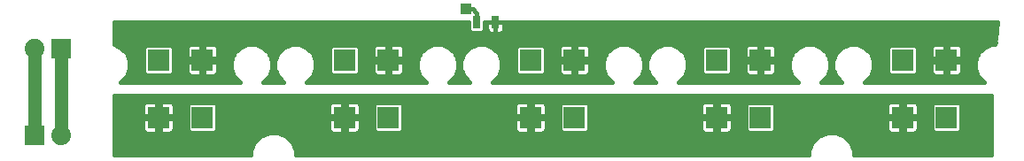
<source format=gbl>
G75*
%MOIN*%
%OFA0B0*%
%FSLAX25Y25*%
%IPPOS*%
%LPD*%
%AMOC8*
5,1,8,0,0,1.08239X$1,22.5*
%
%ADD10R,0.03150X0.04724*%
%ADD11R,0.07400X0.07400*%
%ADD12C,0.07400*%
%ADD13R,0.08268X0.08268*%
%ADD14C,0.01600*%
%ADD15R,0.03962X0.03962*%
%ADD16C,0.05000*%
D10*
X0182713Y0088933D03*
X0189799Y0088933D03*
D11*
X0026256Y0078933D03*
X0016256Y0046433D03*
D12*
X0026256Y0046433D03*
X0016256Y0078933D03*
D13*
X0062988Y0074760D03*
X0079524Y0074760D03*
X0132988Y0074760D03*
X0149524Y0074760D03*
X0202988Y0074760D03*
X0219524Y0074760D03*
X0272988Y0074760D03*
X0289524Y0074760D03*
X0342988Y0074760D03*
X0359524Y0074760D03*
X0359524Y0053106D03*
X0342988Y0053106D03*
X0289524Y0053106D03*
X0272988Y0053106D03*
X0219524Y0053106D03*
X0202988Y0053106D03*
X0149524Y0053106D03*
X0132988Y0053106D03*
X0079524Y0053106D03*
X0062988Y0053106D03*
D14*
X0046256Y0061433D02*
X0046256Y0038933D01*
X0097756Y0038933D01*
X0097756Y0040624D01*
X0099050Y0043748D01*
X0099050Y0043748D01*
X0101441Y0046139D01*
X0101441Y0046139D01*
X0104565Y0047433D01*
X0107947Y0047433D01*
X0111071Y0046139D01*
X0111071Y0046139D01*
X0113462Y0043748D01*
X0113462Y0043748D01*
X0114756Y0040624D01*
X0114756Y0038933D01*
X0307756Y0038933D01*
X0307756Y0040624D01*
X0309050Y0043748D01*
X0309050Y0043748D01*
X0311441Y0046139D01*
X0314565Y0047433D01*
X0317947Y0047433D01*
X0321071Y0046139D01*
X0321071Y0046139D01*
X0323462Y0043748D01*
X0323462Y0043748D01*
X0324756Y0040624D01*
X0324756Y0038933D01*
X0376256Y0038933D01*
X0376256Y0061433D01*
X0046256Y0061433D01*
X0046256Y0060699D02*
X0376256Y0060699D01*
X0376256Y0059100D02*
X0046256Y0059100D01*
X0046256Y0057502D02*
X0057061Y0057502D01*
X0057054Y0057477D02*
X0057177Y0057935D01*
X0057414Y0058345D01*
X0057749Y0058681D01*
X0058160Y0058917D01*
X0058617Y0059040D01*
X0062410Y0059040D01*
X0062410Y0053684D01*
X0062410Y0052528D01*
X0063566Y0052528D01*
X0063566Y0047172D01*
X0067359Y0047172D01*
X0067817Y0047295D01*
X0068227Y0047532D01*
X0068562Y0047867D01*
X0068799Y0048278D01*
X0068922Y0048735D01*
X0068922Y0052528D01*
X0063566Y0052528D01*
X0063566Y0053684D01*
X0068922Y0053684D01*
X0068922Y0057477D01*
X0068799Y0057935D01*
X0068562Y0058345D01*
X0068227Y0058681D01*
X0067817Y0058917D01*
X0067359Y0059040D01*
X0063566Y0059040D01*
X0063566Y0053684D01*
X0062410Y0053684D01*
X0057054Y0053684D01*
X0057054Y0057477D01*
X0057054Y0055903D02*
X0046256Y0055903D01*
X0046256Y0054305D02*
X0057054Y0054305D01*
X0057054Y0052528D02*
X0057054Y0048735D01*
X0057177Y0048278D01*
X0057414Y0047867D01*
X0057749Y0047532D01*
X0058160Y0047295D01*
X0058617Y0047172D01*
X0062410Y0047172D01*
X0062410Y0052528D01*
X0057054Y0052528D01*
X0062410Y0052706D02*
X0046256Y0052706D01*
X0046256Y0051108D02*
X0057054Y0051108D01*
X0057054Y0049509D02*
X0046256Y0049509D01*
X0046256Y0047911D02*
X0057389Y0047911D01*
X0062410Y0047911D02*
X0063566Y0047911D01*
X0068588Y0047911D02*
X0074318Y0047911D01*
X0073881Y0048348D02*
X0074765Y0047464D01*
X0084282Y0047464D01*
X0085166Y0048348D01*
X0085166Y0057865D01*
X0084282Y0058749D01*
X0074765Y0058749D01*
X0073881Y0057865D01*
X0073881Y0048348D01*
X0073881Y0049509D02*
X0068922Y0049509D01*
X0068922Y0051108D02*
X0073881Y0051108D01*
X0073881Y0052706D02*
X0063566Y0052706D01*
X0063566Y0054305D02*
X0062410Y0054305D01*
X0062410Y0055903D02*
X0063566Y0055903D01*
X0068922Y0055903D02*
X0073881Y0055903D01*
X0073881Y0054305D02*
X0068922Y0054305D01*
X0063566Y0051108D02*
X0062410Y0051108D01*
X0062410Y0049509D02*
X0063566Y0049509D01*
X0046256Y0046312D02*
X0101859Y0046312D01*
X0100016Y0044714D02*
X0046256Y0044714D01*
X0046256Y0043115D02*
X0098788Y0043115D01*
X0098126Y0041517D02*
X0046256Y0041517D01*
X0046256Y0039918D02*
X0097756Y0039918D01*
X0113724Y0043115D02*
X0308788Y0043115D01*
X0309050Y0043748D02*
X0309050Y0043748D01*
X0310016Y0044714D02*
X0112496Y0044714D01*
X0110653Y0046312D02*
X0311859Y0046312D01*
X0320653Y0046312D02*
X0376256Y0046312D01*
X0376256Y0047911D02*
X0364729Y0047911D01*
X0365166Y0048348D02*
X0364282Y0047464D01*
X0354765Y0047464D01*
X0353881Y0048348D01*
X0353881Y0057865D01*
X0354765Y0058749D01*
X0364282Y0058749D01*
X0365166Y0057865D01*
X0365166Y0048348D01*
X0365166Y0049509D02*
X0376256Y0049509D01*
X0376256Y0051108D02*
X0365166Y0051108D01*
X0365166Y0052706D02*
X0376256Y0052706D01*
X0376256Y0054305D02*
X0365166Y0054305D01*
X0365166Y0055903D02*
X0376256Y0055903D01*
X0376256Y0057502D02*
X0365166Y0057502D01*
X0353881Y0057502D02*
X0348915Y0057502D01*
X0348922Y0057477D02*
X0348799Y0057935D01*
X0348562Y0058345D01*
X0348227Y0058681D01*
X0347817Y0058917D01*
X0347359Y0059040D01*
X0343566Y0059040D01*
X0343566Y0053684D01*
X0348922Y0053684D01*
X0348922Y0057477D01*
X0348922Y0055903D02*
X0353881Y0055903D01*
X0353881Y0054305D02*
X0348922Y0054305D01*
X0348922Y0052528D02*
X0343566Y0052528D01*
X0343566Y0047172D01*
X0347359Y0047172D01*
X0347817Y0047295D01*
X0348227Y0047532D01*
X0348562Y0047867D01*
X0348799Y0048278D01*
X0348922Y0048735D01*
X0348922Y0052528D01*
X0353881Y0052706D02*
X0343566Y0052706D01*
X0343566Y0052528D02*
X0343566Y0053684D01*
X0342410Y0053684D01*
X0342410Y0052528D01*
X0343566Y0052528D01*
X0342410Y0052528D02*
X0342410Y0047172D01*
X0338617Y0047172D01*
X0338160Y0047295D01*
X0337749Y0047532D01*
X0337414Y0047867D01*
X0337177Y0048278D01*
X0337054Y0048735D01*
X0337054Y0052528D01*
X0342410Y0052528D01*
X0342410Y0052706D02*
X0295166Y0052706D01*
X0295166Y0054305D02*
X0337054Y0054305D01*
X0337054Y0053684D02*
X0342410Y0053684D01*
X0342410Y0059040D01*
X0338617Y0059040D01*
X0338160Y0058917D01*
X0337749Y0058681D01*
X0337414Y0058345D01*
X0337177Y0057935D01*
X0337054Y0057477D01*
X0337054Y0053684D01*
X0342410Y0054305D02*
X0343566Y0054305D01*
X0343566Y0055903D02*
X0342410Y0055903D01*
X0337054Y0055903D02*
X0295166Y0055903D01*
X0295166Y0057502D02*
X0337061Y0057502D01*
X0342410Y0057502D02*
X0343566Y0057502D01*
X0343566Y0051108D02*
X0342410Y0051108D01*
X0342410Y0049509D02*
X0343566Y0049509D01*
X0337054Y0049509D02*
X0295166Y0049509D01*
X0295166Y0048348D02*
X0294282Y0047464D01*
X0284765Y0047464D01*
X0283881Y0048348D01*
X0283881Y0057865D01*
X0284765Y0058749D01*
X0294282Y0058749D01*
X0295166Y0057865D01*
X0295166Y0048348D01*
X0294729Y0047911D02*
X0337389Y0047911D01*
X0342410Y0047911D02*
X0343566Y0047911D01*
X0348588Y0047911D02*
X0354318Y0047911D01*
X0353881Y0049509D02*
X0348922Y0049509D01*
X0348922Y0051108D02*
X0353881Y0051108D01*
X0337054Y0051108D02*
X0295166Y0051108D01*
X0283881Y0051108D02*
X0278922Y0051108D01*
X0278922Y0049509D02*
X0283881Y0049509D01*
X0278922Y0048735D02*
X0278922Y0052528D01*
X0273566Y0052528D01*
X0273566Y0047172D01*
X0277359Y0047172D01*
X0277817Y0047295D01*
X0278227Y0047532D01*
X0278562Y0047867D01*
X0278799Y0048278D01*
X0278922Y0048735D01*
X0278588Y0047911D02*
X0284318Y0047911D01*
X0273566Y0047911D02*
X0272410Y0047911D01*
X0272410Y0047172D02*
X0268617Y0047172D01*
X0268160Y0047295D01*
X0267749Y0047532D01*
X0267414Y0047867D01*
X0267177Y0048278D01*
X0267054Y0048735D01*
X0267054Y0052528D01*
X0272410Y0052528D01*
X0273566Y0052528D01*
X0273566Y0053684D01*
X0278922Y0053684D01*
X0278922Y0057477D01*
X0278799Y0057935D01*
X0278562Y0058345D01*
X0278227Y0058681D01*
X0277817Y0058917D01*
X0277359Y0059040D01*
X0273566Y0059040D01*
X0273566Y0053684D01*
X0272410Y0053684D01*
X0272410Y0052528D01*
X0272410Y0047172D01*
X0267389Y0047911D02*
X0224729Y0047911D01*
X0225166Y0048348D02*
X0224282Y0047464D01*
X0214765Y0047464D01*
X0213881Y0048348D01*
X0213881Y0057865D01*
X0214765Y0058749D01*
X0224282Y0058749D01*
X0225166Y0057865D01*
X0225166Y0048348D01*
X0225166Y0049509D02*
X0267054Y0049509D01*
X0267054Y0051108D02*
X0225166Y0051108D01*
X0225166Y0052706D02*
X0272410Y0052706D01*
X0272410Y0053684D02*
X0267054Y0053684D01*
X0267054Y0057477D01*
X0267177Y0057935D01*
X0267414Y0058345D01*
X0267749Y0058681D01*
X0268160Y0058917D01*
X0268617Y0059040D01*
X0272410Y0059040D01*
X0272410Y0053684D01*
X0272410Y0054305D02*
X0273566Y0054305D01*
X0273566Y0052706D02*
X0283881Y0052706D01*
X0283881Y0054305D02*
X0278922Y0054305D01*
X0278922Y0055903D02*
X0283881Y0055903D01*
X0283881Y0057502D02*
X0278915Y0057502D01*
X0273566Y0057502D02*
X0272410Y0057502D01*
X0267061Y0057502D02*
X0225166Y0057502D01*
X0225166Y0055903D02*
X0267054Y0055903D01*
X0272410Y0055903D02*
X0273566Y0055903D01*
X0267054Y0054305D02*
X0225166Y0054305D01*
X0213881Y0054305D02*
X0208922Y0054305D01*
X0208922Y0053684D02*
X0208922Y0057477D01*
X0208799Y0057935D01*
X0208562Y0058345D01*
X0208227Y0058681D01*
X0207817Y0058917D01*
X0207359Y0059040D01*
X0203566Y0059040D01*
X0203566Y0053684D01*
X0208922Y0053684D01*
X0208922Y0052528D02*
X0203566Y0052528D01*
X0203566Y0047172D01*
X0207359Y0047172D01*
X0207817Y0047295D01*
X0208227Y0047532D01*
X0208562Y0047867D01*
X0208799Y0048278D01*
X0208922Y0048735D01*
X0208922Y0052528D01*
X0213881Y0052706D02*
X0203566Y0052706D01*
X0203566Y0052528D02*
X0203566Y0053684D01*
X0202410Y0053684D01*
X0202410Y0052528D01*
X0203566Y0052528D01*
X0202410Y0052528D02*
X0202410Y0047172D01*
X0198617Y0047172D01*
X0198160Y0047295D01*
X0197749Y0047532D01*
X0197414Y0047867D01*
X0197177Y0048278D01*
X0197054Y0048735D01*
X0197054Y0052528D01*
X0202410Y0052528D01*
X0202410Y0052706D02*
X0155166Y0052706D01*
X0155166Y0054305D02*
X0197054Y0054305D01*
X0197054Y0053684D02*
X0202410Y0053684D01*
X0202410Y0059040D01*
X0198617Y0059040D01*
X0198160Y0058917D01*
X0197749Y0058681D01*
X0197414Y0058345D01*
X0197177Y0057935D01*
X0197054Y0057477D01*
X0197054Y0053684D01*
X0197054Y0055903D02*
X0155166Y0055903D01*
X0155166Y0057502D02*
X0197061Y0057502D01*
X0202410Y0057502D02*
X0203566Y0057502D01*
X0208915Y0057502D02*
X0213881Y0057502D01*
X0213881Y0055903D02*
X0208922Y0055903D01*
X0203566Y0055903D02*
X0202410Y0055903D01*
X0202410Y0054305D02*
X0203566Y0054305D01*
X0203566Y0051108D02*
X0202410Y0051108D01*
X0202410Y0049509D02*
X0203566Y0049509D01*
X0208922Y0049509D02*
X0213881Y0049509D01*
X0213881Y0051108D02*
X0208922Y0051108D01*
X0208588Y0047911D02*
X0214318Y0047911D01*
X0203566Y0047911D02*
X0202410Y0047911D01*
X0197389Y0047911D02*
X0154729Y0047911D01*
X0155166Y0048348D02*
X0154282Y0047464D01*
X0144765Y0047464D01*
X0143881Y0048348D01*
X0143881Y0057865D01*
X0144765Y0058749D01*
X0154282Y0058749D01*
X0155166Y0057865D01*
X0155166Y0048348D01*
X0155166Y0049509D02*
X0197054Y0049509D01*
X0197054Y0051108D02*
X0155166Y0051108D01*
X0143881Y0051108D02*
X0138922Y0051108D01*
X0138922Y0049509D02*
X0143881Y0049509D01*
X0138922Y0048735D02*
X0138922Y0052528D01*
X0133566Y0052528D01*
X0133566Y0047172D01*
X0137359Y0047172D01*
X0137817Y0047295D01*
X0138227Y0047532D01*
X0138562Y0047867D01*
X0138799Y0048278D01*
X0138922Y0048735D01*
X0138588Y0047911D02*
X0144318Y0047911D01*
X0133566Y0047911D02*
X0132410Y0047911D01*
X0132410Y0047172D02*
X0128617Y0047172D01*
X0128160Y0047295D01*
X0127749Y0047532D01*
X0127414Y0047867D01*
X0127177Y0048278D01*
X0127054Y0048735D01*
X0127054Y0052528D01*
X0132410Y0052528D01*
X0133566Y0052528D01*
X0133566Y0053684D01*
X0138922Y0053684D01*
X0138922Y0057477D01*
X0138799Y0057935D01*
X0138562Y0058345D01*
X0138227Y0058681D01*
X0137817Y0058917D01*
X0137359Y0059040D01*
X0133566Y0059040D01*
X0133566Y0053684D01*
X0132410Y0053684D01*
X0132410Y0052528D01*
X0132410Y0047172D01*
X0127389Y0047911D02*
X0084729Y0047911D01*
X0085166Y0049509D02*
X0127054Y0049509D01*
X0127054Y0051108D02*
X0085166Y0051108D01*
X0085166Y0052706D02*
X0132410Y0052706D01*
X0132410Y0053684D02*
X0127054Y0053684D01*
X0127054Y0057477D01*
X0127177Y0057935D01*
X0127414Y0058345D01*
X0127749Y0058681D01*
X0128160Y0058917D01*
X0128617Y0059040D01*
X0132410Y0059040D01*
X0132410Y0053684D01*
X0132410Y0054305D02*
X0133566Y0054305D01*
X0133566Y0052706D02*
X0143881Y0052706D01*
X0143881Y0054305D02*
X0138922Y0054305D01*
X0138922Y0055903D02*
X0143881Y0055903D01*
X0143881Y0057502D02*
X0138915Y0057502D01*
X0133566Y0057502D02*
X0132410Y0057502D01*
X0127061Y0057502D02*
X0085166Y0057502D01*
X0085166Y0055903D02*
X0127054Y0055903D01*
X0132410Y0055903D02*
X0133566Y0055903D01*
X0127054Y0054305D02*
X0085166Y0054305D01*
X0073881Y0057502D02*
X0068915Y0057502D01*
X0063566Y0057502D02*
X0062410Y0057502D01*
X0051003Y0068593D02*
X0048843Y0066433D01*
X0093668Y0066433D01*
X0091508Y0068593D01*
X0090338Y0071419D01*
X0090338Y0074478D01*
X0091508Y0077305D01*
X0093672Y0079468D01*
X0096498Y0080639D01*
X0099557Y0080639D01*
X0102383Y0079468D01*
X0104547Y0077305D01*
X0105717Y0074478D01*
X0105717Y0071419D01*
X0104547Y0068593D01*
X0102387Y0066433D01*
X0110125Y0066433D01*
X0107965Y0068593D01*
X0106794Y0071419D01*
X0106794Y0074478D01*
X0107965Y0077305D01*
X0110128Y0079468D01*
X0112955Y0080639D01*
X0116014Y0080639D01*
X0118840Y0079468D01*
X0121003Y0077305D01*
X0122174Y0074478D01*
X0122174Y0071419D01*
X0121003Y0068593D01*
X0118843Y0066433D01*
X0163668Y0066433D01*
X0161508Y0068593D01*
X0160338Y0071419D01*
X0160338Y0074478D01*
X0161508Y0077305D01*
X0163672Y0079468D01*
X0166498Y0080639D01*
X0169557Y0080639D01*
X0172383Y0079468D01*
X0174547Y0077305D01*
X0175717Y0074478D01*
X0175717Y0071419D01*
X0174547Y0068593D01*
X0172387Y0066433D01*
X0180125Y0066433D01*
X0177965Y0068593D01*
X0176794Y0071419D01*
X0176794Y0074478D01*
X0177965Y0077305D01*
X0180128Y0079468D01*
X0182955Y0080639D01*
X0186014Y0080639D01*
X0188840Y0079468D01*
X0191003Y0077305D01*
X0192174Y0074478D01*
X0192174Y0071419D01*
X0191003Y0068593D01*
X0188843Y0066433D01*
X0233668Y0066433D01*
X0231508Y0068593D01*
X0230338Y0071419D01*
X0230338Y0074478D01*
X0231508Y0077305D01*
X0233672Y0079468D01*
X0236498Y0080639D01*
X0239557Y0080639D01*
X0242383Y0079468D01*
X0244547Y0077305D01*
X0245717Y0074478D01*
X0245717Y0071419D01*
X0244547Y0068593D01*
X0242387Y0066433D01*
X0250125Y0066433D01*
X0247965Y0068593D01*
X0246794Y0071419D01*
X0246794Y0074478D01*
X0247965Y0077305D01*
X0250128Y0079468D01*
X0252955Y0080639D01*
X0256014Y0080639D01*
X0258840Y0079468D01*
X0261003Y0077305D01*
X0262174Y0074478D01*
X0262174Y0071419D01*
X0261003Y0068593D01*
X0258843Y0066433D01*
X0303668Y0066433D01*
X0301508Y0068593D01*
X0300338Y0071419D01*
X0300338Y0074478D01*
X0301508Y0077305D01*
X0303672Y0079468D01*
X0306498Y0080639D01*
X0309557Y0080639D01*
X0312383Y0079468D01*
X0314547Y0077305D01*
X0315717Y0074478D01*
X0315717Y0071419D01*
X0314547Y0068593D01*
X0312387Y0066433D01*
X0320125Y0066433D01*
X0317965Y0068593D01*
X0316794Y0071419D01*
X0316794Y0074478D01*
X0317965Y0077305D01*
X0320128Y0079468D01*
X0322955Y0080639D01*
X0326014Y0080639D01*
X0328840Y0079468D01*
X0331003Y0077305D01*
X0332174Y0074478D01*
X0332174Y0071419D01*
X0331003Y0068593D01*
X0328843Y0066433D01*
X0373668Y0066433D01*
X0371508Y0068593D01*
X0370338Y0071419D01*
X0370338Y0074478D01*
X0371508Y0077305D01*
X0373672Y0079468D01*
X0376498Y0080639D01*
X0377834Y0080639D01*
X0378756Y0088933D01*
X0189799Y0088933D01*
X0186424Y0088933D01*
X0186424Y0086334D01*
X0186547Y0085876D01*
X0186784Y0085466D01*
X0187119Y0085130D01*
X0187530Y0084894D01*
X0187987Y0084771D01*
X0189799Y0084771D01*
X0189799Y0088933D01*
X0189799Y0088933D01*
X0185796Y0088933D01*
X0185796Y0085946D01*
X0184912Y0085062D01*
X0180513Y0085062D01*
X0179629Y0085946D01*
X0179629Y0088933D01*
X0046256Y0088933D01*
X0046256Y0080538D01*
X0048840Y0079468D01*
X0051003Y0077305D01*
X0052174Y0074478D01*
X0052174Y0071419D01*
X0051003Y0068593D01*
X0051044Y0068691D02*
X0091468Y0068691D01*
X0093009Y0067093D02*
X0049503Y0067093D01*
X0057346Y0070001D02*
X0058229Y0069117D01*
X0067747Y0069117D01*
X0068631Y0070001D01*
X0068631Y0079519D01*
X0067747Y0080402D01*
X0058229Y0080402D01*
X0057346Y0079519D01*
X0057346Y0070001D01*
X0057346Y0070290D02*
X0051706Y0070290D01*
X0052174Y0071888D02*
X0057346Y0071888D01*
X0057346Y0073487D02*
X0052174Y0073487D01*
X0051923Y0075085D02*
X0057346Y0075085D01*
X0057346Y0076684D02*
X0051260Y0076684D01*
X0050026Y0078282D02*
X0057346Y0078282D01*
X0057708Y0079881D02*
X0047843Y0079881D01*
X0046256Y0081479D02*
X0377928Y0081479D01*
X0378105Y0083078D02*
X0046256Y0083078D01*
X0046256Y0084677D02*
X0378283Y0084677D01*
X0378461Y0086275D02*
X0193158Y0086275D01*
X0193174Y0086334D02*
X0193174Y0088933D01*
X0189799Y0088933D01*
X0189799Y0088933D01*
X0189799Y0084771D01*
X0191611Y0084771D01*
X0192069Y0084894D01*
X0192479Y0085130D01*
X0192814Y0085466D01*
X0193051Y0085876D01*
X0193174Y0086334D01*
X0193174Y0087874D02*
X0378638Y0087874D01*
X0365098Y0079999D02*
X0364763Y0080334D01*
X0364352Y0080571D01*
X0363894Y0080694D01*
X0360102Y0080694D01*
X0360102Y0075338D01*
X0365457Y0075338D01*
X0365457Y0079131D01*
X0365335Y0079588D01*
X0365098Y0079999D01*
X0365166Y0079881D02*
X0374669Y0079881D01*
X0372486Y0078282D02*
X0365457Y0078282D01*
X0360102Y0078282D02*
X0358946Y0078282D01*
X0358946Y0079881D02*
X0360102Y0079881D01*
X0358946Y0080694D02*
X0355153Y0080694D01*
X0354695Y0080571D01*
X0354285Y0080334D01*
X0353949Y0079999D01*
X0353712Y0079588D01*
X0353590Y0079131D01*
X0353590Y0075338D01*
X0358946Y0075338D01*
X0358946Y0080694D01*
X0353881Y0079881D02*
X0348268Y0079881D01*
X0348631Y0079519D02*
X0347747Y0080402D01*
X0338229Y0080402D01*
X0337346Y0079519D01*
X0337346Y0070001D01*
X0338229Y0069117D01*
X0347747Y0069117D01*
X0348631Y0070001D01*
X0348631Y0079519D01*
X0348631Y0078282D02*
X0353590Y0078282D01*
X0353590Y0076684D02*
X0348631Y0076684D01*
X0348631Y0075085D02*
X0358946Y0075085D01*
X0358946Y0075338D02*
X0358946Y0074182D01*
X0360102Y0074182D01*
X0360102Y0075338D01*
X0358946Y0075338D01*
X0358946Y0074182D02*
X0353590Y0074182D01*
X0353590Y0070389D01*
X0353712Y0069931D01*
X0353949Y0069521D01*
X0354285Y0069186D01*
X0354695Y0068949D01*
X0355153Y0068826D01*
X0358946Y0068826D01*
X0358946Y0074182D01*
X0358946Y0073487D02*
X0360102Y0073487D01*
X0360102Y0074182D02*
X0360102Y0068826D01*
X0363894Y0068826D01*
X0364352Y0068949D01*
X0364763Y0069186D01*
X0365098Y0069521D01*
X0365335Y0069931D01*
X0365457Y0070389D01*
X0365457Y0074182D01*
X0360102Y0074182D01*
X0360102Y0075085D02*
X0370589Y0075085D01*
X0371251Y0076684D02*
X0365457Y0076684D01*
X0360102Y0076684D02*
X0358946Y0076684D01*
X0353590Y0073487D02*
X0348631Y0073487D01*
X0348631Y0071888D02*
X0353590Y0071888D01*
X0358946Y0071888D02*
X0360102Y0071888D01*
X0365457Y0071888D02*
X0370338Y0071888D01*
X0370338Y0073487D02*
X0365457Y0073487D01*
X0365431Y0070290D02*
X0370806Y0070290D01*
X0371468Y0068691D02*
X0331044Y0068691D01*
X0329503Y0067093D02*
X0373009Y0067093D01*
X0360102Y0070290D02*
X0358946Y0070290D01*
X0353616Y0070290D02*
X0348631Y0070290D01*
X0337346Y0070290D02*
X0331706Y0070290D01*
X0332174Y0071888D02*
X0337346Y0071888D01*
X0337346Y0073487D02*
X0332174Y0073487D01*
X0331923Y0075085D02*
X0337346Y0075085D01*
X0337346Y0076684D02*
X0331260Y0076684D01*
X0330026Y0078282D02*
X0337346Y0078282D01*
X0337708Y0079881D02*
X0327843Y0079881D01*
X0321126Y0079881D02*
X0311386Y0079881D01*
X0313569Y0078282D02*
X0318943Y0078282D01*
X0317708Y0076684D02*
X0314804Y0076684D01*
X0315466Y0075085D02*
X0317046Y0075085D01*
X0316794Y0073487D02*
X0315717Y0073487D01*
X0315717Y0071888D02*
X0316794Y0071888D01*
X0317262Y0070290D02*
X0315250Y0070290D01*
X0314587Y0068691D02*
X0317924Y0068691D01*
X0319465Y0067093D02*
X0313047Y0067093D01*
X0303009Y0067093D02*
X0259503Y0067093D01*
X0261044Y0068691D02*
X0301468Y0068691D01*
X0295335Y0069931D02*
X0295098Y0069521D01*
X0294763Y0069186D01*
X0294352Y0068949D01*
X0293894Y0068826D01*
X0290102Y0068826D01*
X0290102Y0074182D01*
X0290102Y0075338D01*
X0295457Y0075338D01*
X0295457Y0079131D01*
X0295335Y0079588D01*
X0295098Y0079999D01*
X0294763Y0080334D01*
X0294352Y0080571D01*
X0293894Y0080694D01*
X0290102Y0080694D01*
X0290102Y0075338D01*
X0288946Y0075338D01*
X0288946Y0080694D01*
X0285153Y0080694D01*
X0284695Y0080571D01*
X0284285Y0080334D01*
X0283949Y0079999D01*
X0283712Y0079588D01*
X0283590Y0079131D01*
X0283590Y0075338D01*
X0288946Y0075338D01*
X0288946Y0074182D01*
X0290102Y0074182D01*
X0295457Y0074182D01*
X0295457Y0070389D01*
X0295335Y0069931D01*
X0295431Y0070290D02*
X0300806Y0070290D01*
X0300338Y0071888D02*
X0295457Y0071888D01*
X0295457Y0073487D02*
X0300338Y0073487D01*
X0300589Y0075085D02*
X0290102Y0075085D01*
X0288946Y0075085D02*
X0278631Y0075085D01*
X0278631Y0076684D02*
X0283590Y0076684D01*
X0288946Y0076684D02*
X0290102Y0076684D01*
X0295457Y0076684D02*
X0301251Y0076684D01*
X0302486Y0078282D02*
X0295457Y0078282D01*
X0295166Y0079881D02*
X0304669Y0079881D01*
X0290102Y0079881D02*
X0288946Y0079881D01*
X0288946Y0078282D02*
X0290102Y0078282D01*
X0283881Y0079881D02*
X0278268Y0079881D01*
X0278631Y0079519D02*
X0277747Y0080402D01*
X0268229Y0080402D01*
X0267346Y0079519D01*
X0267346Y0070001D01*
X0268229Y0069117D01*
X0277747Y0069117D01*
X0278631Y0070001D01*
X0278631Y0079519D01*
X0278631Y0078282D02*
X0283590Y0078282D01*
X0283590Y0074182D02*
X0283590Y0070389D01*
X0283712Y0069931D01*
X0283949Y0069521D01*
X0284285Y0069186D01*
X0284695Y0068949D01*
X0285153Y0068826D01*
X0288946Y0068826D01*
X0288946Y0074182D01*
X0283590Y0074182D01*
X0283590Y0073487D02*
X0278631Y0073487D01*
X0278631Y0071888D02*
X0283590Y0071888D01*
X0288946Y0071888D02*
X0290102Y0071888D01*
X0290102Y0073487D02*
X0288946Y0073487D01*
X0288946Y0070290D02*
X0290102Y0070290D01*
X0283616Y0070290D02*
X0278631Y0070290D01*
X0267346Y0070290D02*
X0261706Y0070290D01*
X0262174Y0071888D02*
X0267346Y0071888D01*
X0267346Y0073487D02*
X0262174Y0073487D01*
X0261923Y0075085D02*
X0267346Y0075085D01*
X0267346Y0076684D02*
X0261260Y0076684D01*
X0260026Y0078282D02*
X0267346Y0078282D01*
X0267708Y0079881D02*
X0257843Y0079881D01*
X0251126Y0079881D02*
X0241386Y0079881D01*
X0243569Y0078282D02*
X0248943Y0078282D01*
X0247708Y0076684D02*
X0244804Y0076684D01*
X0245466Y0075085D02*
X0247046Y0075085D01*
X0246794Y0073487D02*
X0245717Y0073487D01*
X0245717Y0071888D02*
X0246794Y0071888D01*
X0247262Y0070290D02*
X0245250Y0070290D01*
X0244587Y0068691D02*
X0247924Y0068691D01*
X0249465Y0067093D02*
X0243047Y0067093D01*
X0233009Y0067093D02*
X0189503Y0067093D01*
X0191044Y0068691D02*
X0231468Y0068691D01*
X0230806Y0070290D02*
X0225431Y0070290D01*
X0225457Y0070389D02*
X0225457Y0074182D01*
X0220102Y0074182D01*
X0220102Y0075338D01*
X0225457Y0075338D01*
X0225457Y0079131D01*
X0225335Y0079588D01*
X0225098Y0079999D01*
X0224763Y0080334D01*
X0224352Y0080571D01*
X0223894Y0080694D01*
X0220102Y0080694D01*
X0220102Y0075338D01*
X0218946Y0075338D01*
X0218946Y0080694D01*
X0215153Y0080694D01*
X0214695Y0080571D01*
X0214285Y0080334D01*
X0213949Y0079999D01*
X0213712Y0079588D01*
X0213590Y0079131D01*
X0213590Y0075338D01*
X0218946Y0075338D01*
X0218946Y0074182D01*
X0220102Y0074182D01*
X0220102Y0068826D01*
X0223894Y0068826D01*
X0224352Y0068949D01*
X0224763Y0069186D01*
X0225098Y0069521D01*
X0225335Y0069931D01*
X0225457Y0070389D01*
X0220102Y0070290D02*
X0218946Y0070290D01*
X0218946Y0068826D02*
X0215153Y0068826D01*
X0214695Y0068949D01*
X0214285Y0069186D01*
X0213949Y0069521D01*
X0213712Y0069931D01*
X0213590Y0070389D01*
X0213590Y0074182D01*
X0218946Y0074182D01*
X0218946Y0068826D01*
X0213616Y0070290D02*
X0208631Y0070290D01*
X0208631Y0070001D02*
X0207747Y0069117D01*
X0198229Y0069117D01*
X0197346Y0070001D01*
X0197346Y0079519D01*
X0198229Y0080402D01*
X0207747Y0080402D01*
X0208631Y0079519D01*
X0208631Y0070001D01*
X0208631Y0071888D02*
X0213590Y0071888D01*
X0213590Y0073487D02*
X0208631Y0073487D01*
X0208631Y0075085D02*
X0218946Y0075085D01*
X0220102Y0075085D02*
X0230589Y0075085D01*
X0231251Y0076684D02*
X0225457Y0076684D01*
X0220102Y0076684D02*
X0218946Y0076684D01*
X0218946Y0078282D02*
X0220102Y0078282D01*
X0220102Y0079881D02*
X0218946Y0079881D01*
X0225166Y0079881D02*
X0234669Y0079881D01*
X0232486Y0078282D02*
X0225457Y0078282D01*
X0213881Y0079881D02*
X0208268Y0079881D01*
X0208631Y0078282D02*
X0213590Y0078282D01*
X0213590Y0076684D02*
X0208631Y0076684D01*
X0218946Y0073487D02*
X0220102Y0073487D01*
X0220102Y0071888D02*
X0218946Y0071888D01*
X0225457Y0071888D02*
X0230338Y0071888D01*
X0230338Y0073487D02*
X0225457Y0073487D01*
X0197708Y0079881D02*
X0187843Y0079881D01*
X0190026Y0078282D02*
X0197346Y0078282D01*
X0197346Y0076684D02*
X0191260Y0076684D01*
X0191923Y0075085D02*
X0197346Y0075085D01*
X0197346Y0073487D02*
X0192174Y0073487D01*
X0192174Y0071888D02*
X0197346Y0071888D01*
X0197346Y0070290D02*
X0191706Y0070290D01*
X0179465Y0067093D02*
X0173047Y0067093D01*
X0174587Y0068691D02*
X0177924Y0068691D01*
X0177262Y0070290D02*
X0175250Y0070290D01*
X0175717Y0071888D02*
X0176794Y0071888D01*
X0176794Y0073487D02*
X0175717Y0073487D01*
X0175466Y0075085D02*
X0177046Y0075085D01*
X0177708Y0076684D02*
X0174804Y0076684D01*
X0173569Y0078282D02*
X0178943Y0078282D01*
X0181126Y0079881D02*
X0171386Y0079881D01*
X0164669Y0079881D02*
X0155166Y0079881D01*
X0155098Y0079999D02*
X0154763Y0080334D01*
X0154352Y0080571D01*
X0153894Y0080694D01*
X0150102Y0080694D01*
X0150102Y0075338D01*
X0155457Y0075338D01*
X0155457Y0079131D01*
X0155335Y0079588D01*
X0155098Y0079999D01*
X0155457Y0078282D02*
X0162486Y0078282D01*
X0161251Y0076684D02*
X0155457Y0076684D01*
X0150102Y0076684D02*
X0148946Y0076684D01*
X0148946Y0075338D02*
X0148946Y0080694D01*
X0145153Y0080694D01*
X0144695Y0080571D01*
X0144285Y0080334D01*
X0143949Y0079999D01*
X0143712Y0079588D01*
X0143590Y0079131D01*
X0143590Y0075338D01*
X0148946Y0075338D01*
X0150102Y0075338D01*
X0150102Y0074182D01*
X0155457Y0074182D01*
X0155457Y0070389D01*
X0155335Y0069931D01*
X0155098Y0069521D01*
X0154763Y0069186D01*
X0154352Y0068949D01*
X0153894Y0068826D01*
X0150102Y0068826D01*
X0150102Y0074182D01*
X0148946Y0074182D01*
X0148946Y0068826D01*
X0145153Y0068826D01*
X0144695Y0068949D01*
X0144285Y0069186D01*
X0143949Y0069521D01*
X0143712Y0069931D01*
X0143590Y0070389D01*
X0143590Y0074182D01*
X0148946Y0074182D01*
X0148946Y0075338D01*
X0148946Y0075085D02*
X0138631Y0075085D01*
X0138631Y0076684D02*
X0143590Y0076684D01*
X0150102Y0075085D02*
X0160589Y0075085D01*
X0160338Y0073487D02*
X0155457Y0073487D01*
X0155457Y0071888D02*
X0160338Y0071888D01*
X0160806Y0070290D02*
X0155431Y0070290D01*
X0150102Y0070290D02*
X0148946Y0070290D01*
X0143616Y0070290D02*
X0138631Y0070290D01*
X0138631Y0070001D02*
X0137747Y0069117D01*
X0128229Y0069117D01*
X0127346Y0070001D01*
X0127346Y0079519D01*
X0128229Y0080402D01*
X0137747Y0080402D01*
X0138631Y0079519D01*
X0138631Y0070001D01*
X0138631Y0071888D02*
X0143590Y0071888D01*
X0143590Y0073487D02*
X0138631Y0073487D01*
X0127346Y0073487D02*
X0122174Y0073487D01*
X0122174Y0071888D02*
X0127346Y0071888D01*
X0127346Y0070290D02*
X0121706Y0070290D01*
X0121044Y0068691D02*
X0161468Y0068691D01*
X0163009Y0067093D02*
X0119503Y0067093D01*
X0109465Y0067093D02*
X0103047Y0067093D01*
X0104587Y0068691D02*
X0107924Y0068691D01*
X0107262Y0070290D02*
X0105250Y0070290D01*
X0105717Y0071888D02*
X0106794Y0071888D01*
X0106794Y0073487D02*
X0105717Y0073487D01*
X0105466Y0075085D02*
X0107046Y0075085D01*
X0107708Y0076684D02*
X0104804Y0076684D01*
X0103569Y0078282D02*
X0108943Y0078282D01*
X0111126Y0079881D02*
X0101386Y0079881D01*
X0094669Y0079881D02*
X0085166Y0079881D01*
X0085098Y0079999D02*
X0084763Y0080334D01*
X0084352Y0080571D01*
X0083894Y0080694D01*
X0080102Y0080694D01*
X0080102Y0075338D01*
X0085457Y0075338D01*
X0085457Y0079131D01*
X0085335Y0079588D01*
X0085098Y0079999D01*
X0085457Y0078282D02*
X0092486Y0078282D01*
X0091251Y0076684D02*
X0085457Y0076684D01*
X0080102Y0076684D02*
X0078946Y0076684D01*
X0078946Y0075338D02*
X0078946Y0080694D01*
X0075153Y0080694D01*
X0074695Y0080571D01*
X0074285Y0080334D01*
X0073949Y0079999D01*
X0073712Y0079588D01*
X0073590Y0079131D01*
X0073590Y0075338D01*
X0078946Y0075338D01*
X0080102Y0075338D01*
X0080102Y0074182D01*
X0085457Y0074182D01*
X0085457Y0070389D01*
X0085335Y0069931D01*
X0085098Y0069521D01*
X0084763Y0069186D01*
X0084352Y0068949D01*
X0083894Y0068826D01*
X0080102Y0068826D01*
X0080102Y0074182D01*
X0078946Y0074182D01*
X0078946Y0068826D01*
X0075153Y0068826D01*
X0074695Y0068949D01*
X0074285Y0069186D01*
X0073949Y0069521D01*
X0073712Y0069931D01*
X0073590Y0070389D01*
X0073590Y0074182D01*
X0078946Y0074182D01*
X0078946Y0075338D01*
X0078946Y0075085D02*
X0068631Y0075085D01*
X0068631Y0076684D02*
X0073590Y0076684D01*
X0073590Y0078282D02*
X0068631Y0078282D01*
X0068268Y0079881D02*
X0073881Y0079881D01*
X0078946Y0079881D02*
X0080102Y0079881D01*
X0080102Y0078282D02*
X0078946Y0078282D01*
X0080102Y0075085D02*
X0090589Y0075085D01*
X0090338Y0073487D02*
X0085457Y0073487D01*
X0085457Y0071888D02*
X0090338Y0071888D01*
X0090806Y0070290D02*
X0085431Y0070290D01*
X0080102Y0070290D02*
X0078946Y0070290D01*
X0073616Y0070290D02*
X0068631Y0070290D01*
X0068631Y0071888D02*
X0073590Y0071888D01*
X0073590Y0073487D02*
X0068631Y0073487D01*
X0078946Y0073487D02*
X0080102Y0073487D01*
X0080102Y0071888D02*
X0078946Y0071888D01*
X0117843Y0079881D02*
X0127708Y0079881D01*
X0127346Y0078282D02*
X0120026Y0078282D01*
X0121260Y0076684D02*
X0127346Y0076684D01*
X0127346Y0075085D02*
X0121923Y0075085D01*
X0138631Y0078282D02*
X0143590Y0078282D01*
X0143881Y0079881D02*
X0138268Y0079881D01*
X0148946Y0079881D02*
X0150102Y0079881D01*
X0150102Y0078282D02*
X0148946Y0078282D01*
X0148946Y0073487D02*
X0150102Y0073487D01*
X0150102Y0071888D02*
X0148946Y0071888D01*
X0179629Y0086275D02*
X0046256Y0086275D01*
X0046256Y0087874D02*
X0179629Y0087874D01*
X0182713Y0088933D02*
X0182713Y0092476D01*
X0181256Y0093933D01*
X0178756Y0093933D01*
X0189799Y0088933D02*
X0189799Y0088933D01*
X0189799Y0087874D02*
X0189799Y0087874D01*
X0189799Y0086275D02*
X0189799Y0086275D01*
X0186440Y0086275D02*
X0185796Y0086275D01*
X0185796Y0087874D02*
X0186424Y0087874D01*
X0133566Y0051108D02*
X0132410Y0051108D01*
X0132410Y0049509D02*
X0133566Y0049509D01*
X0114386Y0041517D02*
X0308126Y0041517D01*
X0307756Y0039918D02*
X0114756Y0039918D01*
X0272410Y0049509D02*
X0273566Y0049509D01*
X0273566Y0051108D02*
X0272410Y0051108D01*
X0322496Y0044714D02*
X0376256Y0044714D01*
X0376256Y0043115D02*
X0323724Y0043115D01*
X0324386Y0041517D02*
X0376256Y0041517D01*
X0376256Y0039918D02*
X0324756Y0039918D01*
D15*
X0178756Y0093933D03*
D16*
X0026256Y0078933D02*
X0026256Y0046433D01*
X0016256Y0046433D02*
X0016256Y0078933D01*
M02*

</source>
